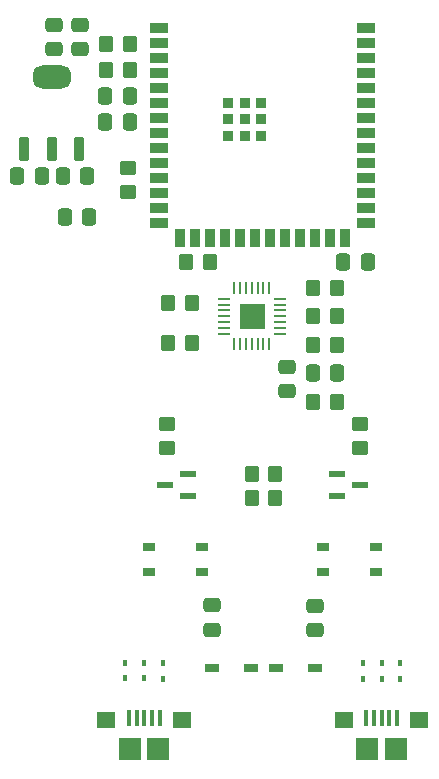
<source format=gbr>
%TF.GenerationSoftware,KiCad,Pcbnew,7.0.9*%
%TF.CreationDate,2024-03-05T03:29:11-06:00*%
%TF.ProjectId,Sensor PCB,53656e73-6f72-4205-9043-422e6b696361,rev?*%
%TF.SameCoordinates,Original*%
%TF.FileFunction,Paste,Top*%
%TF.FilePolarity,Positive*%
%FSLAX46Y46*%
G04 Gerber Fmt 4.6, Leading zero omitted, Abs format (unit mm)*
G04 Created by KiCad (PCBNEW 7.0.9) date 2024-03-05 03:29:11*
%MOMM*%
%LPD*%
G01*
G04 APERTURE LIST*
G04 Aperture macros list*
%AMRoundRect*
0 Rectangle with rounded corners*
0 $1 Rounding radius*
0 $2 $3 $4 $5 $6 $7 $8 $9 X,Y pos of 4 corners*
0 Add a 4 corners polygon primitive as box body*
4,1,4,$2,$3,$4,$5,$6,$7,$8,$9,$2,$3,0*
0 Add four circle primitives for the rounded corners*
1,1,$1+$1,$2,$3*
1,1,$1+$1,$4,$5*
1,1,$1+$1,$6,$7*
1,1,$1+$1,$8,$9*
0 Add four rect primitives between the rounded corners*
20,1,$1+$1,$2,$3,$4,$5,0*
20,1,$1+$1,$4,$5,$6,$7,0*
20,1,$1+$1,$6,$7,$8,$9,0*
20,1,$1+$1,$8,$9,$2,$3,0*%
G04 Aperture macros list end*
%ADD10C,0.010000*%
%ADD11RoundRect,0.250000X0.350000X0.450000X-0.350000X0.450000X-0.350000X-0.450000X0.350000X-0.450000X0*%
%ADD12R,1.422400X0.558800*%
%ADD13RoundRect,0.250000X-0.475000X0.337500X-0.475000X-0.337500X0.475000X-0.337500X0.475000X0.337500X0*%
%ADD14R,1.000000X0.700000*%
%ADD15RoundRect,0.250000X-0.337500X-0.475000X0.337500X-0.475000X0.337500X0.475000X-0.337500X0.475000X0*%
%ADD16RoundRect,0.250000X0.450000X-0.350000X0.450000X0.350000X-0.450000X0.350000X-0.450000X-0.350000X0*%
%ADD17RoundRect,0.111600X0.353400X-0.878400X0.353400X0.878400X-0.353400X0.878400X-0.353400X-0.878400X0*%
%ADD18RoundRect,0.792000X0.823000X-0.198000X0.823000X0.198000X-0.823000X0.198000X-0.823000X-0.198000X0*%
%ADD19RoundRect,0.250000X0.337500X0.475000X-0.337500X0.475000X-0.337500X-0.475000X0.337500X-0.475000X0*%
%ADD20R,0.400000X0.480000*%
%ADD21R,1.500000X0.900000*%
%ADD22R,0.900000X1.500000*%
%ADD23R,0.900000X0.900000*%
%ADD24RoundRect,0.250000X-0.350000X-0.450000X0.350000X-0.450000X0.350000X0.450000X-0.350000X0.450000X0*%
%ADD25RoundRect,0.250000X0.475000X-0.337500X0.475000X0.337500X-0.475000X0.337500X-0.475000X-0.337500X0*%
%ADD26R,0.400000X1.350000*%
%ADD27R,1.600000X1.400000*%
%ADD28R,1.900000X1.900000*%
%ADD29R,0.270000X0.990000*%
%ADD30R,0.990000X0.270000*%
%ADD31R,1.210000X0.730000*%
G04 APERTURE END LIST*
%TO.C,U4*%
D10*
X127027740Y-87777740D02*
X124972260Y-87777740D01*
X124972260Y-85722260D01*
X127027740Y-85722260D01*
X127027740Y-87777740D01*
G36*
X127027740Y-87777740D02*
G01*
X124972260Y-87777740D01*
X124972260Y-85722260D01*
X127027740Y-85722260D01*
X127027740Y-87777740D01*
G37*
%TD*%
D11*
%TO.C,R7*%
X120950000Y-89000000D03*
X118950000Y-89000000D03*
%TD*%
D12*
%TO.C,U5*%
X120600000Y-102000000D03*
X120600000Y-100095000D03*
X118669600Y-101047500D03*
%TD*%
D13*
%TO.C,C8*%
X129000000Y-91000000D03*
X129000000Y-93075000D03*
%TD*%
D11*
%TO.C,R6*%
X133200000Y-89150000D03*
X131200000Y-89150000D03*
%TD*%
D12*
%TO.C,U6*%
X133200000Y-100095000D03*
X133200000Y-102000000D03*
X135130400Y-101047500D03*
%TD*%
D11*
%TO.C,R13*%
X115665000Y-63710000D03*
X113665000Y-63710000D03*
%TD*%
D14*
%TO.C,S1*%
X136500000Y-108400000D03*
X132000000Y-108400000D03*
X136500000Y-106250000D03*
X132000000Y-106250000D03*
%TD*%
D15*
%TO.C,C1*%
X110002500Y-74910000D03*
X112077500Y-74910000D03*
%TD*%
D16*
%TO.C,R1*%
X115550000Y-76200000D03*
X115550000Y-74200000D03*
%TD*%
D17*
%TO.C,U2*%
X106765000Y-72540000D03*
X109065000Y-72540000D03*
X111365000Y-72540000D03*
D18*
X109065000Y-66510000D03*
%TD*%
D19*
%TO.C,C10*%
X115665000Y-68110000D03*
X113590000Y-68110000D03*
%TD*%
%TO.C,C2*%
X108240000Y-74910000D03*
X106165000Y-74910000D03*
%TD*%
D20*
%TO.C,D1*%
X138600000Y-116100000D03*
X138600000Y-117420000D03*
%TD*%
D11*
%TO.C,R3*%
X133200000Y-86750000D03*
X131200000Y-86750000D03*
%TD*%
D14*
%TO.C,S2*%
X121800000Y-108400000D03*
X117300000Y-108400000D03*
X121800000Y-106250000D03*
X117300000Y-106250000D03*
%TD*%
D21*
%TO.C,U1*%
X118165000Y-62340000D03*
X118165000Y-63610000D03*
X118165000Y-64880000D03*
X118165000Y-66150000D03*
X118165000Y-67420000D03*
X118165000Y-68690000D03*
X118165000Y-69960000D03*
X118165000Y-71230000D03*
X118165000Y-72500000D03*
X118165000Y-73770000D03*
X118165000Y-75040000D03*
X118165000Y-76310000D03*
X118165000Y-77580000D03*
X118165000Y-78850000D03*
D22*
X119930000Y-80100000D03*
X121200000Y-80100000D03*
X122470000Y-80100000D03*
X123740000Y-80100000D03*
X125010000Y-80100000D03*
X126280000Y-80100000D03*
X127550000Y-80100000D03*
X128820000Y-80100000D03*
X130090000Y-80100000D03*
X131360000Y-80100000D03*
X132630000Y-80100000D03*
X133900000Y-80100000D03*
D21*
X135665000Y-78850000D03*
X135665000Y-77580000D03*
X135665000Y-76310000D03*
X135665000Y-75040000D03*
X135665000Y-73770000D03*
X135665000Y-72500000D03*
X135665000Y-71230000D03*
X135665000Y-69960000D03*
X135665000Y-68690000D03*
X135665000Y-67420000D03*
X135665000Y-66150000D03*
X135665000Y-64880000D03*
X135665000Y-63610000D03*
X135665000Y-62340000D03*
D23*
X125415000Y-70060000D03*
X124015000Y-70060000D03*
X126815000Y-70060000D03*
X124015000Y-71460000D03*
X125415000Y-71460000D03*
X126815000Y-71460000D03*
X124015000Y-68660000D03*
X125415000Y-68660000D03*
X126815000Y-68660000D03*
%TD*%
D24*
%TO.C,R10*%
X126000000Y-100100000D03*
X128000000Y-100100000D03*
%TD*%
D25*
%TO.C,C4*%
X109265000Y-64147500D03*
X109265000Y-62072500D03*
%TD*%
D16*
%TO.C,R11*%
X118800000Y-97895000D03*
X118800000Y-95895000D03*
%TD*%
D11*
%TO.C,R2*%
X122465000Y-82110000D03*
X120465000Y-82110000D03*
%TD*%
D20*
%TO.C,D3*%
X118500000Y-116100000D03*
X118500000Y-117420000D03*
%TD*%
D26*
%TO.C,J2*%
X135700000Y-120725000D03*
X136350000Y-120725000D03*
X137000000Y-120725000D03*
X137650000Y-120725000D03*
X138300000Y-120725000D03*
D27*
X133800000Y-120950000D03*
X140200000Y-120950000D03*
D28*
X138200000Y-123400000D03*
X135800000Y-123400000D03*
%TD*%
D20*
%TO.C,D4*%
X116900000Y-116080000D03*
X116900000Y-117400000D03*
%TD*%
D19*
%TO.C,C12*%
X115665000Y-70310000D03*
X113590000Y-70310000D03*
%TD*%
%TO.C,C3*%
X112237500Y-78300000D03*
X110162500Y-78300000D03*
%TD*%
D11*
%TO.C,R9*%
X128000000Y-102100000D03*
X126000000Y-102100000D03*
%TD*%
D25*
%TO.C,C5*%
X111465000Y-64147500D03*
X111465000Y-62072500D03*
%TD*%
D11*
%TO.C,R5*%
X133200000Y-94000000D03*
X131200000Y-94000000D03*
%TD*%
D29*
%TO.C,U4*%
X124500000Y-89110000D03*
X125000000Y-89110000D03*
X125500000Y-89110000D03*
X126000000Y-89110000D03*
X126500000Y-89110000D03*
X127000000Y-89110000D03*
X127500000Y-89110000D03*
D30*
X128360000Y-88250000D03*
X128360000Y-87750000D03*
X128360000Y-87250000D03*
X128360000Y-86750000D03*
X128360000Y-86250000D03*
X128360000Y-85750000D03*
X128360000Y-85250000D03*
D29*
X127500000Y-84390000D03*
X127000000Y-84390000D03*
X126500000Y-84390000D03*
X126000000Y-84390000D03*
X125500000Y-84390000D03*
X125000000Y-84390000D03*
X124500000Y-84390000D03*
D30*
X123640000Y-85250000D03*
X123640000Y-85750000D03*
X123640000Y-86250000D03*
X123640000Y-86750000D03*
X123640000Y-87250000D03*
X123640000Y-87750000D03*
X123640000Y-88250000D03*
%TD*%
D26*
%TO.C,J3*%
X115600000Y-120725000D03*
X116250000Y-120725000D03*
X116900000Y-120725000D03*
X117550000Y-120725000D03*
X118200000Y-120725000D03*
D27*
X113700000Y-120950000D03*
X120100000Y-120950000D03*
D28*
X118100000Y-123400000D03*
X115700000Y-123400000D03*
%TD*%
D20*
%TO.C,D7*%
X135400000Y-116100000D03*
X135400000Y-117420000D03*
%TD*%
%TO.C,D2*%
X137000000Y-116100000D03*
X137000000Y-117420000D03*
%TD*%
D16*
%TO.C,R12*%
X135165200Y-97876000D03*
X135165200Y-95876000D03*
%TD*%
D31*
%TO.C,D6*%
X128040000Y-116500000D03*
X131400000Y-116500000D03*
%TD*%
D15*
%TO.C,C9*%
X131162500Y-91550000D03*
X133237500Y-91550000D03*
%TD*%
D11*
%TO.C,R8*%
X120950000Y-85600000D03*
X118950000Y-85600000D03*
%TD*%
D20*
%TO.C,D8*%
X115300000Y-116080000D03*
X115300000Y-117400000D03*
%TD*%
D25*
%TO.C,C7*%
X122600000Y-113300000D03*
X122600000Y-111225000D03*
%TD*%
D31*
%TO.C,D5*%
X125960000Y-116500000D03*
X122600000Y-116500000D03*
%TD*%
D19*
%TO.C,C11*%
X135815000Y-82160000D03*
X133740000Y-82160000D03*
%TD*%
D11*
%TO.C,R4*%
X133200000Y-84350000D03*
X131200000Y-84350000D03*
%TD*%
D24*
%TO.C,R14*%
X113665000Y-65910000D03*
X115665000Y-65910000D03*
%TD*%
D25*
%TO.C,C6*%
X131400000Y-113337500D03*
X131400000Y-111262500D03*
%TD*%
M02*

</source>
